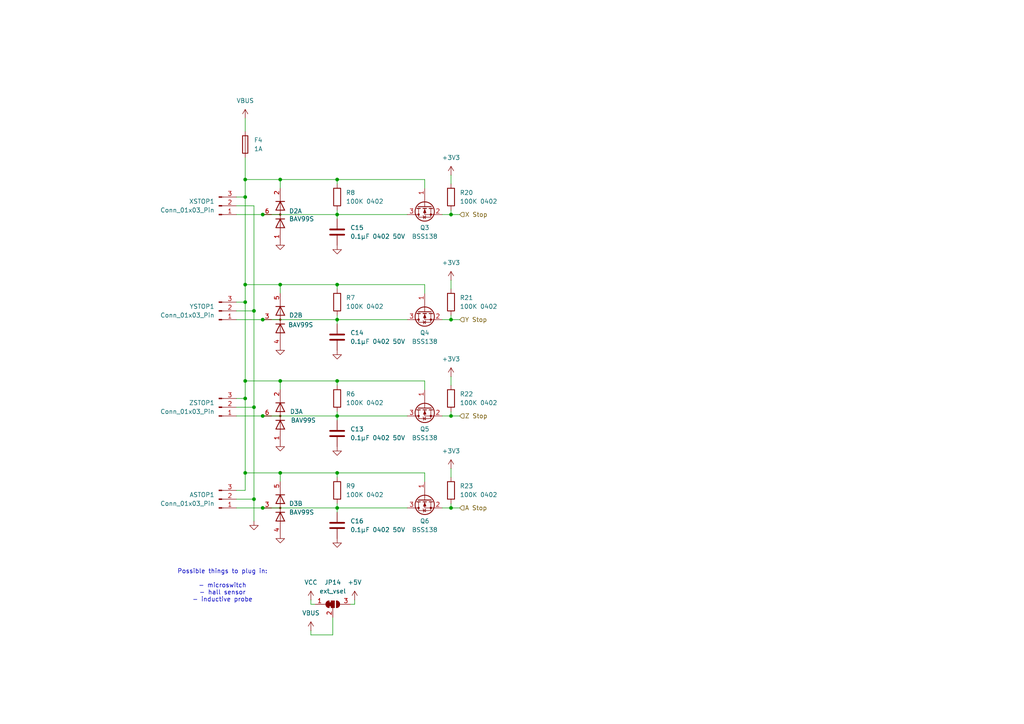
<source format=kicad_sch>
(kicad_sch (version 20231120) (generator "eeschema") (generator_version "8.0")
  (paper "A4")
  (lib_symbols
    (symbol "Connector:Conn_01x03_Pin" (pin_names (offset 1.016) hide)
      (property "Reference" "J" (at 0 5.08 0))
      (property "Value" "Conn_01x03_Pin" (at 0 -5.08 0))
      (symbol "Conn_01x03_Pin_1_1"
        (polyline (pts (xy 1.27 -2.54) (xy 0.8636 -2.54)) (stroke (width 0.1524)))
        (polyline (pts (xy 1.27 0) (xy 0.8636 0)) (stroke (width 0.1524)))
        (polyline (pts (xy 1.27 2.54) (xy 0.8636 2.54)) (stroke (width 0.1524)))
        (rectangle (start 0.8636 -2.413) (end 0 -2.667) (stroke (width 0.1524)) (fill (type outline)))
        (rectangle (start 0.8636 0.127) (end 0 -0.127) (stroke (width 0.1524)) (fill (type outline)))
        (rectangle (start 0.8636 2.667) (end 0 2.413) (stroke (width 0.1524)) (fill (type outline)))
        (pin passive line (at 5.08 2.54 180) (length 3.81) (name "Pin_1") (number "1"))
        (pin passive line (at 5.08 0 180) (length 3.81) (name "Pin_2") (number "2"))
        (pin passive line (at 5.08 -2.54 180) (length 3.81) (name "Pin_3") (number "3"))
      )
    )
    (symbol "Device:C" (pin_numbers hide) (pin_names (offset 0.254))
      (property "Reference" "C" (at 0.635 2.54 0))
      (property "Value" "C" (at 0.635 -2.54 0))
      (symbol "C_0_1"
        (polyline (pts (xy -2.032 -0.762) (xy 2.032 -0.762)) (stroke (width 0.508)))
        (polyline (pts (xy -2.032 0.762) (xy 2.032 0.762)) (stroke (width 0.508)))
      )
      (symbol "C_1_1"
        (pin passive line (at 0 3.81 270) (length 2.794) (name "~") (number "1"))
        (pin passive line (at 0 -3.81 90) (length 2.794) (name "~") (number "2"))
      )
    )
    (symbol "Device:Fuse" (pin_numbers hide) (pin_names (offset 0))
      (property "Reference" "F" (at 2.032 0 90))
      (property "Value" "Fuse" (at -1.905 0 90))
      (symbol "Fuse_0_1"
        (rectangle (start -0.762 -2.54) (end 0.762 2.54) (stroke (width 0.254)))
        (polyline (pts (xy 0 2.54) (xy 0 -2.54)))
      )
      (symbol "Fuse_1_1"
        (pin passive line (at 0 3.81 270) (length 1.27) (name "~") (number "1"))
        (pin passive line (at 0 -3.81 90) (length 1.27) (name "~") (number "2"))
      )
    )
    (symbol "Device:R" (pin_numbers hide) (pin_names (offset 0))
      (property "Reference" "R" (at 2.032 0 90))
      (property "Value" "R" (at 0 0 90))
      (symbol "R_0_1"
        (rectangle (start -1.016 -2.54) (end 1.016 2.54) (stroke (width 0.254)))
      )
      (symbol "R_1_1"
        (pin passive line (at 0 3.81 270) (length 1.27) (name "~") (number "1"))
        (pin passive line (at 0 -3.81 90) (length 1.27) (name "~") (number "2"))
      )
    )
    (symbol "Diode:BAV99S" (pin_names (offset 0.0254) hide)
      (property "Reference" "D" (at 0 2.54 0))
      (property "Value" "BAV99S" (at 0 5.08 0))
      (symbol "BAV99S_0_1"
        (polyline (pts (xy -5.08 0) (xy 5.08 0)))
        (polyline (pts (xy 0 0) (xy 0 -2.54)))
        (polyline (pts (xy -1.27 -1.27) (xy -1.27 1.27) (xy -1.27 1.27)) (stroke (width 0.254)))
        (polyline (pts (xy 3.81 1.27) (xy 3.81 -1.27) (xy 3.81 -1.27)) (stroke (width 0.254)))
        (polyline (pts (xy -3.81 1.27) (xy -1.27 0) (xy -3.81 -1.27) (xy -3.81 1.27) (xy -3.81 1.27) (xy -3.81 1.27)) (stroke (width 0.254)))
        (polyline (pts (xy 1.27 1.27) (xy 3.81 0) (xy 1.27 -1.27) (xy 1.27 1.27) (xy 1.27 1.27) (xy 1.27 1.27)) (stroke (width 0.254)))
        (circle (center 0 0) (radius 0.254) (fill (type outline)))
      )
      (symbol "BAV99S_1_1"
        (polyline (pts (xy 6.35 0) (xy 7.62 0)))
        (pin passive line (at -7.62 0 0) (length 2.54) (name "A1") (number "1"))
        (pin passive line (at 7.62 0 180) (length 2.54) (name "K2") (number "2"))
        (pin passive line (at 0 -5.08 90) (length 2.54) (name "K3A4") (number "6"))
      )
      (symbol "BAV99S_2_1"
        (polyline (pts (xy 6.35 0) (xy 7.62 0)))
        (pin passive line (at 0 -5.08 90) (length 2.54) (name "K1A2") (number "3"))
        (pin passive line (at -7.62 0 0) (length 2.54) (name "A3") (number "4"))
        (pin passive line (at 7.62 0 180) (length 2.54) (name "K4") (number "5"))
      )
    )
    (symbol "Jumper:SolderJumper_3_Bridged12" (pin_names (offset 0) hide) (exclude_from_sim yes) (in_bom no)
      (property "Reference" "JP" (at -2.54 -2.54 0))
      (property "Value" "SolderJumper_3_Bridged12" (at 0 2.794 0))
      (symbol "SolderJumper_3_Bridged12_0_1"
        (rectangle (start -1.016 0.508) (end -0.508 -0.508) (fill (type outline)))
        (arc (start -1.016 1.016) (mid -2.0276 0) (end -1.016 -1.016))
        (arc (start -1.016 1.016) (mid -2.0276 0) (end -1.016 -1.016) (fill (type outline)))
        (rectangle (start -0.508 1.016) (end 0.508 -1.016) (fill (type outline)))
        (polyline (pts (xy -2.54 0) (xy -2.032 0)))
        (polyline (pts (xy -1.016 1.016) (xy -1.016 -1.016)))
        (polyline (pts (xy 0 -1.27) (xy 0 -1.016)))
        (polyline (pts (xy 1.016 1.016) (xy 1.016 -1.016)))
        (polyline (pts (xy 2.54 0) (xy 2.032 0)))
        (arc (start 1.016 -1.016) (mid 2.0276 0) (end 1.016 1.016))
        (arc (start 1.016 -1.016) (mid 2.0276 0) (end 1.016 1.016) (fill (type outline)))
      )
      (symbol "SolderJumper_3_Bridged12_1_1"
        (pin passive line (at -5.08 0 0) (length 2.54) (name "A") (number "1"))
        (pin passive line (at 0 -3.81 90) (length 2.54) (name "C") (number "2"))
        (pin passive line (at 5.08 0 180) (length 2.54) (name "B") (number "3"))
      )
    )
    (symbol "Transistor_FET:BSS138" (pin_names hide)
      (property "Reference" "Q" (at 5.08 1.905 0))
      (property "Value" "BSS138" (at 5.08 0 0))
      (symbol "BSS138_0_1"
        (polyline (pts (xy 0.254 0) (xy -2.54 0)))
        (polyline (pts (xy 0.254 1.905) (xy 0.254 -1.905)) (stroke (width 0.254)))
        (polyline (pts (xy 0.762 -1.27) (xy 0.762 -2.286)) (stroke (width 0.254)))
        (polyline (pts (xy 0.762 0.508) (xy 0.762 -0.508)) (stroke (width 0.254)))
        (polyline (pts (xy 0.762 2.286) (xy 0.762 1.27)) (stroke (width 0.254)))
        (polyline (pts (xy 2.54 2.54) (xy 2.54 1.778)))
        (polyline (pts (xy 2.54 -2.54) (xy 2.54 0) (xy 0.762 0)))
        (polyline (pts (xy 0.762 -1.778) (xy 3.302 -1.778) (xy 3.302 1.778) (xy 0.762 1.778)))
        (polyline (pts (xy 1.016 0) (xy 2.032 0.381) (xy 2.032 -0.381) (xy 1.016 0)) (fill (type outline)))
        (polyline (pts (xy 2.794 0.508) (xy 2.921 0.381) (xy 3.683 0.381) (xy 3.81 0.254)))
        (polyline (pts (xy 3.302 0.381) (xy 2.921 -0.254) (xy 3.683 -0.254) (xy 3.302 0.381)))
        (circle (center 1.651 0) (radius 2.794) (stroke (width 0.254)))
        (circle (center 2.54 -1.778) (radius 0.254) (fill (type outline)))
        (circle (center 2.54 1.778) (radius 0.254) (fill (type outline)))
      )
      (symbol "BSS138_1_1"
        (pin input line (at -5.08 0 0) (length 2.54) (name "G") (number "1"))
        (pin passive line (at 2.54 -5.08 90) (length 2.54) (name "S") (number "2"))
        (pin passive line (at 2.54 5.08 270) (length 2.54) (name "D") (number "3"))
      )
    )
    (symbol "power:+3V3" (power) (pin_numbers hide) (pin_names (offset 0) hide)
      (property "Value" "+3V3" (at 0 3.556 0))
      (symbol "+3V3_0_1"
        (polyline (pts (xy -0.762 1.27) (xy 0 2.54)))
        (polyline (pts (xy 0 0) (xy 0 2.54)))
        (polyline (pts (xy 0 2.54) (xy 0.762 1.27)))
      )
      (symbol "+3V3_1_1"
        (pin power_in line (at 0 0 90) (length 0) (name "~") (number "1"))
      )
    )
    (symbol "power:+5V" (power) (pin_numbers hide) (pin_names (offset 0) hide)
      (property "Value" "+5V" (at 0 3.556 0))
      (symbol "+5V_0_1"
        (polyline (pts (xy -0.762 1.27) (xy 0 2.54)))
        (polyline (pts (xy 0 0) (xy 0 2.54)))
        (polyline (pts (xy 0 2.54) (xy 0.762 1.27)))
      )
      (symbol "+5V_1_1"
        (pin power_in line (at 0 0 90) (length 0) (name "~") (number "1"))
      )
    )
    (symbol "power:GND" (power) (pin_names (offset 0))
      (property "Value" "GND" (at 0 -3.81 0))
      (symbol "GND_0_1"
        (polyline (pts (xy 0 0) (xy 0 -1.27) (xy 1.27 -1.27) (xy 0 -2.54) (xy -1.27 -1.27) (xy 0 -1.27)))
      )
      (symbol "GND_1_1"
        (pin power_in line (at 0 0 270) (length 0) hide (name "GND") (number "1"))
      )
    )
    (symbol "power:VBUS" (power) (pin_numbers hide) (pin_names (offset 0) hide)
      (property "Value" "VBUS" (at 0 3.556 0))
      (symbol "VBUS_0_1"
        (polyline (pts (xy -0.762 1.27) (xy 0 2.54)))
        (polyline (pts (xy 0 0) (xy 0 2.54)))
        (polyline (pts (xy 0 2.54) (xy 0.762 1.27)))
      )
      (symbol "VBUS_1_1"
        (pin power_in line (at 0 0 90) (length 0) (name "~") (number "1"))
      )
    )
    (symbol "power:VCC" (power) (pin_numbers hide) (pin_names (offset 0) hide)
      (property "Value" "VCC" (at 0 3.556 0))
      (symbol "VCC_0_1"
        (polyline (pts (xy -0.762 1.27) (xy 0 2.54)))
        (polyline (pts (xy 0 0) (xy 0 2.54)))
        (polyline (pts (xy 0 2.54) (xy 0.762 1.27)))
      )
      (symbol "VCC_1_1"
        (pin power_in line (at 0 0 90) (length 0) (name "~") (number "1"))
      )
    )
  )
  (junction (at 76.2 120.65))
  (junction (at 97.79 82.55))
  (junction (at 81.28 82.55))
  (junction (at 76.2 62.23))
  (junction (at 71.12 82.55))
  (junction (at 71.12 57.15))
  (junction (at 97.79 110.49))
  (junction (at 76.2 147.32))
  (junction (at 97.79 137.16))
  (junction (at 81.28 110.49))
  (junction (at 97.79 147.32))
  (junction (at 76.2 92.71))
  (junction (at 71.12 87.63))
  (junction (at 73.66 118.11))
  (junction (at 71.12 137.16))
  (junction (at 130.81 147.32))
  (junction (at 130.81 62.23))
  (junction (at 81.28 137.16))
  (junction (at 97.79 120.65))
  (junction (at 97.79 52.07))
  (junction (at 71.12 52.07))
  (junction (at 73.66 144.78))
  (junction (at 81.28 52.07))
  (junction (at 71.12 110.49))
  (junction (at 73.66 90.17))
  (junction (at 130.81 120.65))
  (junction (at 71.12 115.57))
  (junction (at 97.79 62.23))
  (junction (at 130.81 92.71))
  (junction (at 97.79 92.71))
  (wire (pts (xy 71.12 115.57) (xy 71.12 110.49)))
  (wire (pts (xy 97.79 119.38) (xy 97.79 120.65)))
  (wire (pts (xy 90.17 175.26) (xy 91.44 175.26)))
  (wire (pts (xy 71.12 34.29) (xy 71.12 38.1)))
  (wire (pts (xy 101.6 175.26) (xy 102.87 175.26)))
  (wire (pts (xy 81.28 137.16) (xy 97.79 137.16)))
  (wire (pts (xy 68.58 142.24) (xy 71.12 142.24)))
  (wire (pts (xy 130.81 62.23) (xy 130.81 60.96)))
  (wire (pts (xy 81.28 139.7) (xy 81.28 137.16)))
  (wire (pts (xy 81.28 82.55) (xy 97.79 82.55)))
  (wire (pts (xy 68.58 144.78) (xy 73.66 144.78)))
  (wire (pts (xy 128.27 120.65) (xy 130.81 120.65)))
  (wire (pts (xy 76.2 62.23) (xy 97.79 62.23)))
  (wire (pts (xy 130.81 135.89) (xy 130.81 138.43)))
  (wire (pts (xy 68.58 120.65) (xy 76.2 120.65)))
  (wire (pts (xy 71.12 52.07) (xy 81.28 52.07)))
  (wire (pts (xy 68.58 90.17) (xy 73.66 90.17)))
  (wire (pts (xy 90.17 182.88) (xy 90.17 184.15)))
  (wire (pts (xy 71.12 87.63) (xy 71.12 82.55)))
  (wire (pts (xy 71.12 45.72) (xy 71.12 52.07)))
  (wire (pts (xy 97.79 93.98) (xy 97.79 92.71)))
  (wire (pts (xy 71.12 82.55) (xy 71.12 57.15)))
  (wire (pts (xy 73.66 144.78) (xy 73.66 151.13)))
  (wire (pts (xy 130.81 50.8) (xy 130.81 53.34)))
  (wire (pts (xy 71.12 52.07) (xy 71.12 57.15)))
  (wire (pts (xy 71.12 110.49) (xy 71.12 87.63)))
  (wire (pts (xy 90.17 173.99) (xy 90.17 175.26)))
  (wire (pts (xy 128.27 62.23) (xy 130.81 62.23)))
  (wire (pts (xy 102.87 175.26) (xy 102.87 173.99)))
  (wire (pts (xy 97.79 147.32) (xy 118.11 147.32)))
  (wire (pts (xy 76.2 120.65) (xy 97.79 120.65)))
  (wire (pts (xy 97.79 82.55) (xy 123.19 82.55)))
  (wire (pts (xy 97.79 146.05) (xy 97.79 147.32)))
  (wire (pts (xy 130.81 62.23) (xy 133.35 62.23)))
  (wire (pts (xy 90.17 184.15) (xy 96.52 184.15)))
  (wire (pts (xy 71.12 137.16) (xy 71.12 142.24)))
  (wire (pts (xy 68.58 115.57) (xy 71.12 115.57)))
  (wire (pts (xy 123.19 110.49) (xy 123.19 113.03)))
  (wire (pts (xy 128.27 147.32) (xy 130.81 147.32)))
  (wire (pts (xy 81.28 54.61) (xy 81.28 52.07)))
  (wire (pts (xy 97.79 91.44) (xy 97.79 92.71)))
  (wire (pts (xy 97.79 137.16) (xy 97.79 138.43)))
  (wire (pts (xy 97.79 62.23) (xy 118.11 62.23)))
  (wire (pts (xy 76.2 147.32) (xy 97.79 147.32)))
  (wire (pts (xy 123.19 52.07) (xy 123.19 54.61)))
  (wire (pts (xy 71.12 137.16) (xy 81.28 137.16)))
  (wire (pts (xy 97.79 120.65) (xy 118.11 120.65)))
  (wire (pts (xy 130.81 147.32) (xy 130.81 146.05)))
  (wire (pts (xy 97.79 52.07) (xy 123.19 52.07)))
  (wire (pts (xy 68.58 62.23) (xy 76.2 62.23)))
  (wire (pts (xy 130.81 120.65) (xy 133.35 120.65)))
  (wire (pts (xy 81.28 85.09) (xy 81.28 82.55)))
  (wire (pts (xy 68.58 92.71) (xy 76.2 92.71)))
  (wire (pts (xy 73.66 118.11) (xy 73.66 144.78)))
  (wire (pts (xy 97.79 121.92) (xy 97.79 120.65)))
  (wire (pts (xy 73.66 90.17) (xy 73.66 118.11)))
  (wire (pts (xy 128.27 92.71) (xy 130.81 92.71)))
  (wire (pts (xy 73.66 59.69) (xy 73.66 90.17)))
  (wire (pts (xy 123.19 82.55) (xy 123.19 85.09)))
  (wire (pts (xy 97.79 82.55) (xy 97.79 83.82)))
  (wire (pts (xy 130.81 91.44) (xy 130.81 92.71)))
  (wire (pts (xy 71.12 115.57) (xy 71.12 137.16)))
  (wire (pts (xy 71.12 82.55) (xy 81.28 82.55)))
  (wire (pts (xy 81.28 113.03) (xy 81.28 110.49)))
  (wire (pts (xy 97.79 52.07) (xy 97.79 53.34)))
  (wire (pts (xy 130.81 147.32) (xy 133.35 147.32)))
  (wire (pts (xy 68.58 59.69) (xy 73.66 59.69)))
  (wire (pts (xy 123.19 137.16) (xy 123.19 139.7)))
  (wire (pts (xy 68.58 147.32) (xy 76.2 147.32)))
  (wire (pts (xy 97.79 62.23) (xy 97.79 63.5)))
  (wire (pts (xy 81.28 110.49) (xy 97.79 110.49)))
  (wire (pts (xy 96.52 184.15) (xy 96.52 179.07)))
  (wire (pts (xy 130.81 92.71) (xy 133.35 92.71)))
  (wire (pts (xy 97.79 110.49) (xy 123.19 110.49)))
  (wire (pts (xy 68.58 118.11) (xy 73.66 118.11)))
  (wire (pts (xy 97.79 110.49) (xy 97.79 111.76)))
  (wire (pts (xy 68.58 87.63) (xy 71.12 87.63)))
  (wire (pts (xy 76.2 92.71) (xy 97.79 92.71)))
  (wire (pts (xy 97.79 60.96) (xy 97.79 62.23)))
  (wire (pts (xy 68.58 57.15) (xy 71.12 57.15)))
  (wire (pts (xy 130.81 81.28) (xy 130.81 83.82)))
  (wire (pts (xy 130.81 119.38) (xy 130.81 120.65)))
  (wire (pts (xy 81.28 52.07) (xy 97.79 52.07)))
  (wire (pts (xy 97.79 137.16) (xy 123.19 137.16)))
  (wire (pts (xy 130.81 109.22) (xy 130.81 111.76)))
  (wire (pts (xy 71.12 110.49) (xy 81.28 110.49)))
  (wire (pts (xy 97.79 148.59) (xy 97.79 147.32)))
  (wire (pts (xy 97.79 92.71) (xy 118.11 92.71)))
  (text "Possible things to plug in:\n\n- microswitch\n- hall sensor\n- inductive probe" (at 64.516 169.926 0) (effects (font (size 1.27 1.27))))
  (hierarchical_label "A Stop" (shape input) (at 133.35 147.32 0))
  (hierarchical_label "Z Stop" (shape input) (at 133.35 120.65 0))
  (hierarchical_label "X Stop" (shape input) (at 133.35 62.23 0))
  (hierarchical_label "Y Stop" (shape input) (at 133.35 92.71 0))
  (symbol (lib_id "power:GND") (at 97.79 129.54 0) (unit 1)
    (property "Reference" "#PWR040" (effects (hide yes)))
    (property "Value" "GND" (effects (hide yes)))
  )
  (symbol (lib_id "power:+3V3") (at 130.81 50.8 0) (unit 1)
    (property "Reference" "#PWR010" (effects (hide yes)))
    (property "Value" "+3V3" (at 130.81 45.72 0))
    (property "Description" "Power symbol creates a global label with name \"+3V3\"" (effects (hide yes)))
  )
  (symbol (lib_id "Transistor_FET:BSS138") (at 123.19 90.17 90) (mirror x) (unit 1)
    (property "Reference" "Q4" (at 123.19 96.52 90))
    (property "Value" "BSS138" (at 123.19 99.06 90))
    (property "Footprint" "Package_TO_SOT_SMD:SOT-23" (effects (hide yes)))
    (property "Datasheet" "https://www.onsemi.com/pub/Collateral/BSS138-D.PDF" (effects (hide yes)))
    (property "Description" "50V Vds, 0.22A Id, N-Channel MOSFET, SOT-23" (effects (hide yes)))
  )
  (symbol (lib_id "power:GND") (at 81.28 69.85 0) (unit 1)
    (property "Reference" "#PWR072" (effects (hide yes)))
    (property "Value" "GND" (effects (hide yes)))
  )
  (symbol (lib_id "power:VBUS") (at 90.17 182.88 0) (unit 1)
    (property "Reference" "#PWR047" (effects (hide yes)))
    (property "Value" "VBUS" (at 90.17 177.8 0))
    (property "Description" "Power symbol creates a global label with name \"VBUS\"" (effects (hide yes)))
  )
  (symbol (lib_id "power:VCC") (at 90.17 173.99 0) (unit 1)
    (property "Reference" "#PWR039" (effects (hide yes)))
    (property "Value" "VCC" (at 90.17 168.91 0))
    (property "Description" "Power symbol creates a global label with name \"VCC\"" (effects (hide yes)))
  )
  (symbol (lib_id "Diode:BAV99S") (at 81.28 147.32 270) (mirror x) (unit 2)
    (property "Reference" "D3" (at 83.82 146.05 90) (effects (justify left)))
    (property "Value" "BAV99S" (at 83.82 148.59 90) (effects (justify left)))
    (property "Footprint" "Package_TO_SOT_SMD:SOT-363_SC-70-6" (effects (hide yes)))
    (property "Datasheet" "https://assets.nexperia.com/documents/data-sheet/BAV99_SER.pdf" (effects (hide yes)))
    (property "Description" "High-speed switching diodes, dual series, SOT-363" (effects (hide yes)))
  )
  (symbol (lib_id "Device:C") (at 97.79 97.79 0) (unit 1)
    (property "Reference" "C14" (at 101.6 96.52 0) (effects (justify left)))
    (property "Value" "0.1μF 0402 50V" (at 101.6 99.06 0) (effects (justify left)))
    (property "Footprint" "Capacitor_SMD:C_0402_1005Metric" (effects (hide yes)))
  )
  (symbol (lib_id "power:GND") (at 73.66 151.13 0) (unit 1)
    (property "Reference" "#PWR034" (effects (hide yes)))
    (property "Value" "GND" (effects (hide yes)))
  )
  (symbol (lib_id "power:VBUS") (at 71.12 34.29 0) (unit 1)
    (property "Reference" "#PWR054" (effects (hide yes)))
    (property "Value" "VBUS" (at 71.12 29.21 0))
    (property "Description" "Power symbol creates a global label with name \"VBUS\"" (effects (hide yes)))
  )
  (symbol (lib_id "Device:C") (at 97.79 125.73 0) (unit 1)
    (property "Reference" "C13" (at 101.6 124.46 0) (effects (justify left)))
    (property "Value" "0.1μF 0402 50V" (at 101.6 127 0) (effects (justify left)))
    (property "Footprint" "Capacitor_SMD:C_0402_1005Metric" (effects (hide yes)))
  )
  (symbol (lib_id "power:GND") (at 81.28 154.94 0) (unit 1)
    (property "Reference" "#PWR075" (effects (hide yes)))
    (property "Value" "GND" (effects (hide yes)))
  )
  (symbol (lib_id "power:+3V3") (at 130.81 81.28 0) (unit 1)
    (property "Reference" "#PWR035" (effects (hide yes)))
    (property "Value" "+3V3" (at 130.81 76.2 0))
    (property "Description" "Power symbol creates a global label with name \"+3V3\"" (effects (hide yes)))
  )
  (symbol (lib_id "Diode:BAV99S") (at 81.28 92.71 270) (mirror x) (unit 2)
    (property "Reference" "D2" (at 83.82 91.44 90) (effects (justify left)))
    (property "Value" "BAV99S" (at 83.566 94.234 90) (effects (justify left)))
    (property "Footprint" "Package_TO_SOT_SMD:SOT-363_SC-70-6" (effects (hide yes)))
    (property "Datasheet" "https://assets.nexperia.com/documents/data-sheet/BAV99_SER.pdf" (effects (hide yes)))
    (property "Description" "High-speed switching diodes, dual series, SOT-363" (effects (hide yes)))
  )
  (symbol (lib_id "Device:R") (at 130.81 87.63 0) (unit 1)
    (property "Reference" "R21" (at 133.35 86.36 0) (effects (justify left)))
    (property "Value" "100K 0402" (at 133.35 88.9 0) (effects (justify left)))
    (property "Footprint" "Resistor_SMD:R_0402_1005Metric" (effects (hide yes)))
  )
  (symbol (lib_id "Device:R") (at 130.81 57.15 0) (unit 1)
    (property "Reference" "R20" (at 133.35 55.88 0) (effects (justify left)))
    (property "Value" "100K 0402" (at 133.35 58.42 0) (effects (justify left)))
    (property "Footprint" "Resistor_SMD:R_0402_1005Metric" (effects (hide yes)))
  )
  (symbol (lib_id "Transistor_FET:BSS138") (at 123.19 118.11 90) (mirror x) (unit 1)
    (property "Reference" "Q5" (at 123.19 124.46 90))
    (property "Value" "BSS138" (at 123.19 127 90))
    (property "Footprint" "Package_TO_SOT_SMD:SOT-23" (effects (hide yes)))
    (property "Datasheet" "https://www.onsemi.com/pub/Collateral/BSS138-D.PDF" (effects (hide yes)))
    (property "Description" "50V Vds, 0.22A Id, N-Channel MOSFET, SOT-23" (effects (hide yes)))
  )
  (symbol (lib_id "power:GND") (at 97.79 101.6 0) (unit 1)
    (property "Reference" "#PWR049" (effects (hide yes)))
    (property "Value" "GND" (effects (hide yes)))
  )
  (symbol (lib_id "Device:R") (at 130.81 142.24 0) (unit 1)
    (property "Reference" "R23" (at 133.35 140.97 0) (effects (justify left)))
    (property "Value" "100K 0402" (at 133.35 143.51 0) (effects (justify left)))
    (property "Footprint" "Resistor_SMD:R_0402_1005Metric" (effects (hide yes)))
  )
  (symbol (lib_id "Device:C") (at 97.79 67.31 0) (unit 1)
    (property "Reference" "C15" (at 101.6 66.04 0) (effects (justify left)))
    (property "Value" "0.1μF 0402 50V" (at 101.6 68.58 0) (effects (justify left)))
    (property "Footprint" "Capacitor_SMD:C_0402_1005Metric" (effects (hide yes)))
  )
  (symbol (lib_id "Connector:Conn_01x03_Pin") (at 63.5 118.11 0) (mirror x) (unit 1)
    (property "Reference" "ZSTOP1" (at 62.23 116.84 0) (effects (justify right)))
    (property "Value" "Conn_01x03_Pin" (at 62.23 119.38 0) (effects (justify right)))
    (property "Footprint" "rephat-parts:S3B-XH-SM4-TB" (effects (hide yes)))
  )
  (symbol (lib_id "power:GND") (at 97.79 71.12 0) (unit 1)
    (property "Reference" "#PWR050" (effects (hide yes)))
    (property "Value" "GND" (effects (hide yes)))
  )
  (symbol (lib_id "Device:R") (at 97.79 142.24 0) (unit 1)
    (property "Reference" "R9" (at 100.33 140.97 0) (effects (justify left)))
    (property "Value" "100K 0402" (at 100.33 143.51 0) (effects (justify left)))
    (property "Footprint" "Resistor_SMD:R_0402_1005Metric" (effects (hide yes)))
  )
  (symbol (lib_id "Transistor_FET:BSS138") (at 123.19 144.78 90) (mirror x) (unit 1)
    (property "Reference" "Q6" (at 123.19 151.13 90))
    (property "Value" "BSS138" (at 123.19 153.67 90))
    (property "Footprint" "Package_TO_SOT_SMD:SOT-23" (effects (hide yes)))
    (property "Datasheet" "https://www.onsemi.com/pub/Collateral/BSS138-D.PDF" (effects (hide yes)))
    (property "Description" "50V Vds, 0.22A Id, N-Channel MOSFET, SOT-23" (effects (hide yes)))
  )
  (symbol (lib_id "Device:C") (at 97.79 152.4 0) (unit 1)
    (property "Reference" "C16" (at 101.6 151.13 0) (effects (justify left)))
    (property "Value" "0.1μF 0402 50V" (at 101.6 153.67 0) (effects (justify left)))
    (property "Footprint" "Capacitor_SMD:C_0402_1005Metric" (effects (hide yes)))
  )
  (symbol (lib_id "power:GND") (at 81.28 128.27 0) (unit 1)
    (property "Reference" "#PWR074" (effects (hide yes)))
    (property "Value" "GND" (effects (hide yes)))
  )
  (symbol (lib_id "power:+3V3") (at 130.81 135.89 0) (unit 1)
    (property "Reference" "#PWR038" (effects (hide yes)))
    (property "Value" "+3V3" (at 130.81 130.81 0))
    (property "Description" "Power symbol creates a global label with name \"+3V3\"" (effects (hide yes)))
  )
  (symbol (lib_id "Transistor_FET:BSS138") (at 123.19 59.69 90) (mirror x) (unit 1)
    (property "Reference" "Q3" (at 123.19 66.04 90))
    (property "Value" "BSS138" (at 123.19 68.58 90))
    (property "Footprint" "Package_TO_SOT_SMD:SOT-23" (effects (hide yes)))
    (property "Datasheet" "https://www.onsemi.com/pub/Collateral/BSS138-D.PDF" (effects (hide yes)))
    (property "Description" "50V Vds, 0.22A Id, N-Channel MOSFET, SOT-23" (effects (hide yes)))
  )
  (symbol (lib_id "power:+3V3") (at 130.81 109.22 0) (unit 1)
    (property "Reference" "#PWR037" (effects (hide yes)))
    (property "Value" "+3V3" (at 130.81 104.14 0))
    (property "Description" "Power symbol creates a global label with name \"+3V3\"" (effects (hide yes)))
  )
  (symbol (lib_id "Jumper:SolderJumper_3_Bridged12") (at 96.52 175.26 0) (unit 1) (exclude_from_sim yes) (in_bom no)
    (property "Reference" "JP14" (at 96.52 168.91 0))
    (property "Value" "ext_vsel" (at 96.52 171.45 0))
    (property "Footprint" "Jumper:SolderJumper-3_P1.3mm_Bridged12_RoundedPad1.0x1.5mm" (effects (hide yes)))
    (property "Description" "3-pole Solder Jumper, pins 1+2 closed/bridged" (effects (hide yes)))
  )
  (symbol (lib_id "Diode:BAV99S") (at 81.28 62.23 270) (mirror x) (unit 1)
    (property "Reference" "D2" (at 83.82 61.214 90) (effects (justify left)))
    (property "Value" "BAV99S" (at 83.82 63.5 90) (effects (justify left)))
    (property "Footprint" "Package_TO_SOT_SMD:SOT-363_SC-70-6" (effects (hide yes)))
    (property "Datasheet" "https://assets.nexperia.com/documents/data-sheet/BAV99_SER.pdf" (effects (hide yes)))
    (property "Description" "High-speed switching diodes, dual series, SOT-363" (effects (hide yes)))
  )
  (symbol (lib_id "Diode:BAV99S") (at 81.28 120.65 270) (mirror x) (unit 1)
    (property "Reference" "D3" (at 84.074 119.38 90) (effects (justify left)))
    (property "Value" "BAV99S" (at 84.328 121.92 90) (effects (justify left)))
    (property "Footprint" "Package_TO_SOT_SMD:SOT-363_SC-70-6" (effects (hide yes)))
    (property "Datasheet" "https://assets.nexperia.com/documents/data-sheet/BAV99_SER.pdf" (effects (hide yes)))
    (property "Description" "High-speed switching diodes, dual series, SOT-363" (effects (hide yes)))
  )
  (symbol (lib_id "Connector:Conn_01x03_Pin") (at 63.5 90.17 0) (mirror x) (unit 1)
    (property "Reference" "YSTOP1" (at 62.23 88.9 0) (effects (justify right)))
    (property "Value" "Conn_01x03_Pin" (at 62.23 91.44 0) (effects (justify right)))
    (property "Footprint" "rephat-parts:S3B-XH-SM4-TB" (effects (hide yes)))
  )
  (symbol (lib_id "Device:R") (at 97.79 57.15 0) (unit 1)
    (property "Reference" "R8" (at 100.33 55.88 0) (effects (justify left)))
    (property "Value" "100K 0402" (at 100.33 58.42 0) (effects (justify left)))
    (property "Footprint" "Resistor_SMD:R_0402_1005Metric" (effects (hide yes)))
  )
  (symbol (lib_id "Device:R") (at 130.81 115.57 0) (unit 1)
    (property "Reference" "R22" (at 133.35 114.3 0) (effects (justify left)))
    (property "Value" "100K 0402" (at 133.35 116.84 0) (effects (justify left)))
    (property "Footprint" "Resistor_SMD:R_0402_1005Metric" (effects (hide yes)))
  )
  (symbol (lib_id "power:GND") (at 81.28 100.33 0) (unit 1)
    (property "Reference" "#PWR073" (effects (hide yes)))
    (property "Value" "GND" (effects (hide yes)))
  )
  (symbol (lib_id "power:GND") (at 97.79 156.21 0) (unit 1)
    (property "Reference" "#PWR041" (effects (hide yes)))
    (property "Value" "GND" (effects (hide yes)))
  )
  (symbol (lib_id "power:+5V") (at 102.87 173.99 0) (unit 1)
    (property "Reference" "#PWR042" (effects (hide yes)))
    (property "Value" "+5V" (at 102.87 168.91 0))
    (property "Description" "Power symbol creates a global label with name \"+5V\"" (effects (hide yes)))
  )
  (symbol (lib_id "Connector:Conn_01x03_Pin") (at 63.5 144.78 0) (mirror x) (unit 1)
    (property "Reference" "ASTOP1" (at 62.23 143.51 0) (effects (justify right)))
    (property "Value" "Conn_01x03_Pin" (at 62.23 146.05 0) (effects (justify right)))
    (property "Footprint" "rephat-parts:S3B-XH-SM4-TB" (effects (hide yes)))
  )
  (symbol (lib_id "Device:R") (at 97.79 87.63 0) (unit 1)
    (property "Reference" "R7" (at 100.33 86.36 0) (effects (justify left)))
    (property "Value" "100K 0402" (at 100.33 88.9 0) (effects (justify left)))
    (property "Footprint" "Resistor_SMD:R_0402_1005Metric" (effects (hide yes)))
  )
  (symbol (lib_id "Device:Fuse") (at 71.12 41.91 180) (unit 1)
    (property "Reference" "F4" (at 73.66 40.6399 0) (effects (justify right)))
    (property "Value" "1A" (at 73.66 43.1799 0) (effects (justify right)))
    (property "Footprint" "Fuse:Fuseholder_Littelfuse_Nano2_154x" (effects (hide yes)))
    (property "Description" "Fuse" (effects (hide yes)))
  )
  (symbol (lib_id "Device:R") (at 97.79 115.57 0) (unit 1)
    (property "Reference" "R6" (at 100.33 114.3 0) (effects (justify left)))
    (property "Value" "100K 0402" (at 100.33 116.84 0) (effects (justify left)))
    (property "Footprint" "Resistor_SMD:R_0402_1005Metric" (effects (hide yes)))
  )
  (symbol (lib_id "Connector:Conn_01x03_Pin") (at 63.5 59.69 0) (mirror x) (unit 1)
    (property "Reference" "XSTOP1" (at 62.23 58.42 0) (effects (justify right)))
    (property "Value" "Conn_01x03_Pin" (at 62.23 60.96 0) (effects (justify right)))
    (property "Footprint" "rephat-parts:S3B-XH-SM4-TB" (effects (hide yes)))
  )
)
</source>
